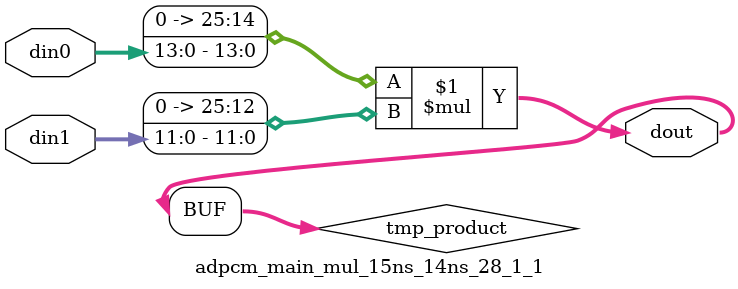
<source format=v>

`timescale 1 ns / 1 ps

  module adpcm_main_mul_15ns_14ns_28_1_1(din0, din1, dout);
parameter ID = 1;
parameter NUM_STAGE = 0;
parameter din0_WIDTH = 14;
parameter din1_WIDTH = 12;
parameter dout_WIDTH = 26;

input [din0_WIDTH - 1 : 0] din0; 
input [din1_WIDTH - 1 : 0] din1; 
output [dout_WIDTH - 1 : 0] dout;

wire signed [dout_WIDTH - 1 : 0] tmp_product;










assign tmp_product = $signed({1'b0, din0}) * $signed({1'b0, din1});











assign dout = tmp_product;







endmodule

</source>
